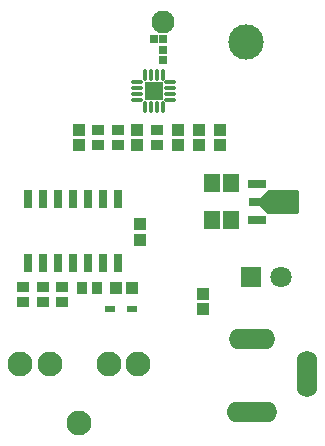
<source format=gts>
G04*
G04 #@! TF.GenerationSoftware,Altium Limited,Altium Designer,23.10.1 (27)*
G04*
G04 Layer_Color=8388736*
%FSLAX25Y25*%
%MOIN*%
G70*
G04*
G04 #@! TF.SameCoordinates,6BE5E326-444D-4DDB-8984-30915AB2A72B*
G04*
G04*
G04 #@! TF.FilePolarity,Negative*
G04*
G01*
G75*
%ADD32C,0.11811*%
%ADD33R,0.02762X0.06109*%
%ADD34R,0.04140X0.03747*%
%ADD35R,0.03747X0.04140*%
%ADD36R,0.03943X0.04337*%
%ADD37R,0.03550X0.02368*%
%ADD38R,0.02565X0.02526*%
%ADD39R,0.02526X0.02565*%
%ADD40O,0.01384X0.04140*%
%ADD41O,0.04140X0.01384*%
%ADD42R,0.06109X0.06109*%
%ADD43R,0.04337X0.03943*%
%ADD44R,0.05518X0.05912*%
%ADD45R,0.05912X0.02762*%
%ADD46R,0.04337X0.02762*%
%ADD47C,0.00400*%
%ADD48C,0.08274*%
%ADD49C,0.07684*%
%ADD50C,0.07093*%
%ADD51R,0.07093X0.07093*%
%ADD52O,0.06896X0.15558*%
%ADD53O,0.15558X0.06896*%
%ADD54O,0.16935X0.06896*%
G36*
X99866Y84398D02*
X99889Y84391D01*
X99904Y84386D01*
X99904Y84386D01*
X99904D01*
X99913Y84382D01*
X99938Y84368D01*
X99938Y84368D01*
X99938Y84368D01*
X99969Y84343D01*
X99969Y84343D01*
X100461Y83851D01*
X100461Y83851D01*
X100461Y83851D01*
X100475Y83834D01*
X100486Y83820D01*
X100486Y83820D01*
X100486Y83820D01*
X100493Y83807D01*
X100505Y83786D01*
X100505Y83786D01*
D01*
X100508Y83775D01*
X100516Y83748D01*
Y83748D01*
X100516Y83748D01*
X100518Y83724D01*
X100520Y83709D01*
Y83709D01*
Y83709D01*
X100520Y77213D01*
X100516Y77174D01*
X100505Y77136D01*
X100486Y77101D01*
X100461Y77071D01*
X99969Y76578D01*
X99938Y76553D01*
X99916Y76541D01*
X99904Y76535D01*
X99866Y76523D01*
X99827Y76520D01*
X99827Y76520D01*
X90280D01*
X90240Y76523D01*
X90203Y76535D01*
X90168Y76553D01*
X90137Y76578D01*
X87578Y79137D01*
X87553Y79168D01*
X87535Y79203D01*
X87523Y79240D01*
X87520Y79280D01*
Y81642D01*
X87523Y81681D01*
X87535Y81719D01*
X87553Y81753D01*
X87578Y81784D01*
X90137Y84343D01*
X90168Y84368D01*
X90203Y84386D01*
X90240Y84398D01*
X90280Y84402D01*
X99827D01*
X99866Y84398D01*
D02*
G37*
D32*
X82677Y133858D02*
D03*
D33*
X10110Y60035D02*
D03*
X15110D02*
D03*
X20110D02*
D03*
X25110D02*
D03*
X30110D02*
D03*
X35110D02*
D03*
X40110D02*
D03*
X10110Y81492D02*
D03*
X15110D02*
D03*
X20110D02*
D03*
X25110D02*
D03*
X30110D02*
D03*
X35110D02*
D03*
X40110D02*
D03*
D34*
X8504Y47012D02*
D03*
Y52130D02*
D03*
X15004Y52130D02*
D03*
Y47012D02*
D03*
X21504D02*
D03*
Y52130D02*
D03*
X33500Y99441D02*
D03*
Y104559D02*
D03*
X40000Y99441D02*
D03*
Y104559D02*
D03*
X52984Y99441D02*
D03*
Y104559D02*
D03*
D35*
X28110Y51764D02*
D03*
X33228D02*
D03*
D36*
X39453D02*
D03*
X44768D02*
D03*
D37*
X44654Y44764D02*
D03*
X37567D02*
D03*
D38*
X52000Y134700D02*
D03*
X55071D02*
D03*
D39*
X54961Y130996D02*
D03*
Y127925D02*
D03*
D40*
X54953Y122913D02*
D03*
X52984D02*
D03*
X51016D02*
D03*
X49047D02*
D03*
Y112087D02*
D03*
X51016D02*
D03*
X52984D02*
D03*
X54953D02*
D03*
D41*
X46587Y120453D02*
D03*
Y118484D02*
D03*
Y116516D02*
D03*
Y114547D02*
D03*
X57413D02*
D03*
Y116516D02*
D03*
Y118484D02*
D03*
Y120453D02*
D03*
D42*
X52000Y117500D02*
D03*
D43*
X27000Y104657D02*
D03*
Y99343D02*
D03*
X46587Y104657D02*
D03*
Y99343D02*
D03*
X60000Y104657D02*
D03*
Y99343D02*
D03*
X67000Y104657D02*
D03*
Y99343D02*
D03*
X74000Y104657D02*
D03*
Y99343D02*
D03*
X68561Y44673D02*
D03*
Y49988D02*
D03*
X47504Y67913D02*
D03*
Y73228D02*
D03*
D44*
X71565Y86961D02*
D03*
X77864D02*
D03*
X71565Y74555D02*
D03*
X77864D02*
D03*
D45*
X86539D02*
D03*
Y86366D02*
D03*
D46*
X85752Y80461D02*
D03*
D47*
X7480Y6843D02*
D03*
X46850D02*
D03*
X11811Y122047D02*
D03*
X98425D02*
D03*
Y137795D02*
D03*
X11811D02*
D03*
X59055Y27559D02*
D03*
Y11811D02*
D03*
D48*
X46850Y26528D02*
D03*
X37008D02*
D03*
X7480D02*
D03*
X17323D02*
D03*
X27165Y6843D02*
D03*
D49*
X55000Y140500D02*
D03*
D50*
X94404Y55331D02*
D03*
D51*
X84561D02*
D03*
D52*
X103067Y23138D02*
D03*
D53*
X84760Y34752D02*
D03*
D54*
Y10343D02*
D03*
M02*

</source>
